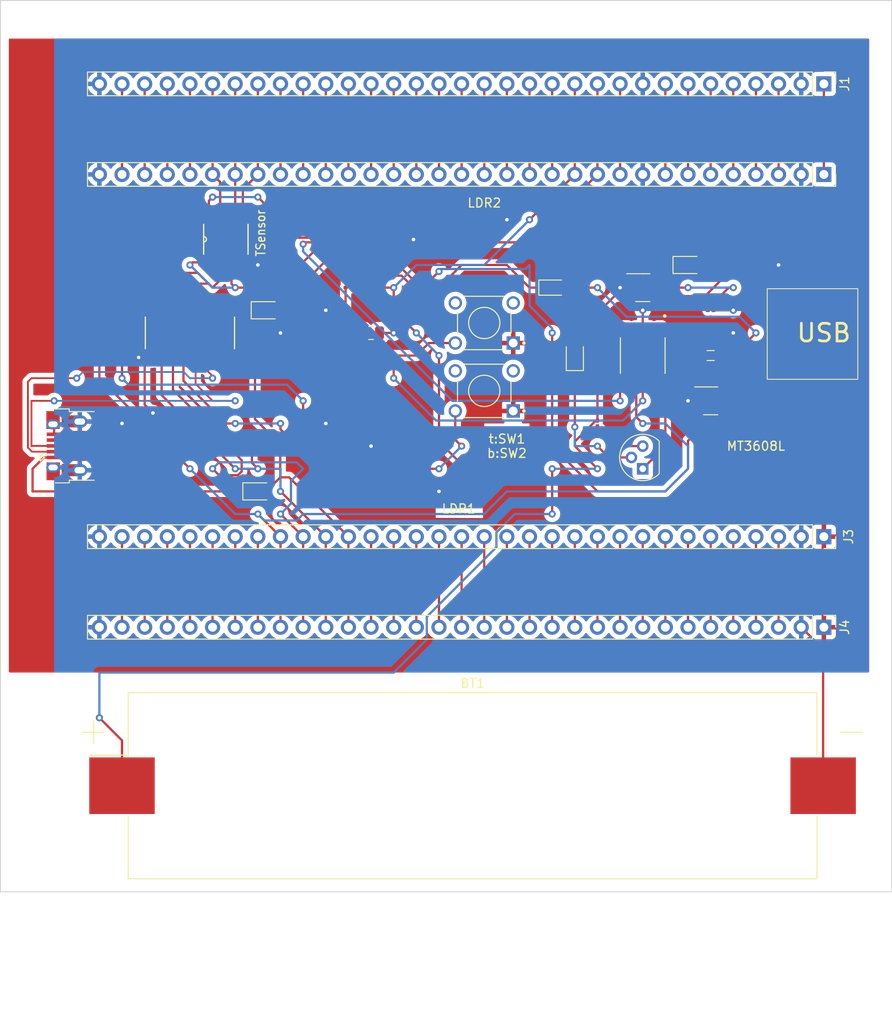
<source format=kicad_pcb>
(kicad_pcb (version 20211014) (generator pcbnew)
  (layers (0 "F.Cu" signal) (31 "B.Cu" signal) (34 "B.Paste" user) (35 "F.Paste" user) (36 "B.SilkS" user "B.Silkscreen") (37 "F.SilkS" user "F.Silkscreen") (38 "B.Mask" user) (39 "F.Mask" user) (44 "Edge.Cuts" user))
  (net 0 "")
  (net 1 "+3V0")
  (net 2 "GND")
  (net 3 "/VBAT")
  (net 4 "/PC13")
  (net 5 "/PC14")
  (net 6 "/PC15")
  (net 7 "/PF0")
  (net 8 "/PF1")
  (net 9 "/NRST")
  (net 10 "/PC0")
  (net 11 "/PC1")
  (net 12 "/PC2")
  (net 13 "/PC3")
  (net 14 "/PA0")
  (net 15 "/PA1")
  (net 16 "/PA2")
  (net 17 "/PA3")
  (net 18 "/PF4")
  (net 19 "/PF5")
  (net 20 "/PA4")
  (net 21 "/PA5")
  (net 22 "/PA6")
  (net 23 "/PA7")
  (net 24 "/PC4")
  (net 25 "/PC5")
  (net 26 "/PB0")
  (net 27 "/PB1")
  (net 28 "/PB2")
  (net 29 "/PB10")
  (net 30 "/PB11")
  (net 31 "/PB12")
  (net 32 "+5V")
  (net 33 "/PB9")
  (net 34 "/PB8")
  (net 35 "VDD")
  (net 36 "/BOOT")
  (net 37 "/PB7")
  (net 38 "/PB6")
  (net 39 "/PB5")
  (net 40 "/PB4")
  (net 41 "/PB3")
  (net 42 "/PD2")
  (net 43 "/PC12")
  (net 44 "/PC11")
  (net 45 "/PC10")
  (net 46 "/PA15")
  (net 47 "/PA14")
  (net 48 "/PF7")
  (net 49 "/PF6")
  (net 50 "/PA13")
  (net 51 "/PA12")
  (net 52 "/PA11")
  (net 53 "/PA10")
  (net 54 "/PA9")
  (net 55 "/PA8")
  (net 56 "/PC9")
  (net 57 "/PC8")
  (net 58 "/PC7")
  (net 59 "/PC6")
  (net 60 "/PB15")
  (net 61 "/PB14")
  (net 62 "/PB13")
  (net 63 "Net-(BT1-Pad1)")
  (net 64 "Net-(C1-Pad1)")
  (net 65 "/Power/Output")
  (net 66 "Net-(C4-Pad1)")
  (net 67 "Net-(D1-Pad1)")
  (net 68 "Net-(D1-Pad2)")
  (net 69 "Net-(D2-Pad1)")
  (net 70 "Net-(D2-Pad2)")
  (net 71 "Net-(D3-Pad2)")
  (net 72 "/microcontroller_interfacing/USB Test Point")
  (net 73 "USB D-")
  (net 74 "USB D+")
  (net 76 "Net-(LED1-Pad2)")
  (net 77 "Net-(Q1-Pad1)")
  (net 78 "Net-(Q1-Pad3)")
  (net 79 "Net-(R1-Pad1)")
  (net 80 "Net-(R6-Pad2)")
  (net 81 "/Sensing/I2CBUS")
  (net 82 "/microcontroller_interfacing/EEPROM MODE TP")
  (net 83 "Net-(R16-Pad2)")
  (net 84 "Net-(FTDI(UART)1-Pad13)")
  (net 85 "Net-(L1-Pad1)")
  (net 94 "/microcontroller_interfacing/FTDI IN TP")
  (net 95 "/microcontroller_interfacing/FTDI OUT TP")
  (footprint "Resistor_SMD:R_0201_0603Metric" (layer "F.Cu") (at 160.02 96.52 180)
    (fp_text reference "LDR1")
    (fp_text value "10K - 0.2M" hide)
  )
  (footprint "Battery:BatteryHolder_Keystone_1042_1x18650" (layer "F.Cu") (at 161.25 129.54)
    (fp_text reference "BT1")
    (fp_text value "4.2V-3V")
  )
  (footprint "LM75BD:SOIC127P600X175-8N" (layer "F.Cu") (at 133.57 68.235 90)
    (fp_text reference "TSensor")
    (fp_text value "LM75B" hide)
  )
  (footprint "Resistor_SMD:R_0201_0603Metric" (layer "F.Cu") (at 190.5 71.12 -90)
    (fp_text reference "R5" hide)
    (fp_text value "1200" hide)
  )
  (footprint "Resistor_SMD:R_0201_0603Metric" (layer "F.Cu") (at 136.93 78.74)
    (fp_text reference "R17" hide)
    (fp_text value "1K" hide)
  )
  (footprint "Resistor_SMD:R_0201_0603Metric" (layer "F.Cu") (at 152.4 68.58 90)
    (fp_text reference "R7" hide)
    (fp_text value "15k" hide)
  )
  (footprint "Resistor_SMD:R_0201_0603Metric" (layer "F.Cu") (at 187.96 76.2)
    (fp_text reference "R1" hide)
    (fp_text value "1800" hide)
  )
  (footprint "LED_SMD:LED_0805_2012Metric" (layer "F.Cu") (at 172.72 81.28 90)
    (fp_text reference "D1" hide)
    (fp_text value "2V" hide)
  )
  (footprint "Resistor_SMD:R_0201_0603Metric" (layer "F.Cu") (at 146.975 91.44)
    (fp_text reference "R14" hide)
    (fp_text value "10K" hide)
  )
  (footprint "Resistor_SMD:R_0201_0603Metric" (layer "F.Cu") (at 175.26 88.9 90)
    (fp_text reference "R4" hide)
    (fp_text value "100ohms" hide)
  )
  (footprint "Connector_PinSocket_2.54mm:PinSocket_1x33_P2.54mm_Vertical" (layer "F.Cu") (at 200.66 60.96 -90)
    (fp_text reference "J2" hide)
    (fp_text value "Conn_01x33_Female" hide)
  )
  (footprint "Resistor_SMD:R_0201_0603Metric" (layer "F.Cu") (at 134.275 91.44)
    (fp_text reference "R19" hide)
    (fp_text value "0" hide)
  )
  (footprint "LED_SMD:LED_0805_2012Metric" (layer "F.Cu") (at 137.16 96.52)
    (fp_text reference "D4" hide)
    (fp_text value "DIODE" hide)
  )
  (footprint "Resistor_SMD:R_0201_0603Metric" (layer "F.Cu") (at 154.94 73.66)
    (fp_text reference "R6" hide)
    (fp_text value "110k" hide)
  )
  (footprint "Capacitor_SMD:C_0201_0603Metric" (layer "F.Cu") (at 144.78 78.74 90)
    (fp_text reference "C3" hide)
    (fp_text value "0.1u" hide)
  )
  (footprint "Resistor_SMD:R_0201_0603Metric" (layer "F.Cu") (at 175.26 76.2 180)
    (fp_text reference "R3" hide)
    (fp_text value "100ohms" hide)
  )
  (footprint "Resistor_SMD:R_0201_0603Metric" (layer "F.Cu") (at 136.815 91.44)
    (fp_text reference "R20" hide)
    (fp_text value "0" hide)
  )
  (footprint "SOIC127P600X175-8N:EEPROM" (layer "F.Cu") (at 180.34 81.28 -90)
    (fp_text reference "EEPROM1" hide)
    (fp_text value "AT24C256C-SSHL-T" hide)
  )
  (footprint "1825910-6:SW_1825910-6-4" (layer "F.Cu") (at 162.56 85.245 180)
    (fp_text reference "SW2" hide)
    (fp_text value "C13828")
  )
  (footprint "Resistor_SMD:R_0201_0603Metric" (layer "F.Cu") (at 139.7 66.04)
    (fp_text reference "R9" hide)
    (fp_text value "10K" hide)
  )
  (footprint "Capacitor_SMD:C_0805_2012Metric" (layer "F.Cu") (at 149.86 78.74)
    (fp_text reference "C2" hide)
    (fp_text value "22u" hide)
  )
  (footprint "Connector_PinHeader_2.54mm:PinHeader_1x33_P2.54mm_Vertical" (layer "F.Cu") (at 200.66 50.8 -90)
    (fp_text reference "J1")
    (fp_text value "Conn_01x33_Female" hide)
  )
  (footprint "Resistor_SMD:R_0201_0603Metric" (layer "F.Cu") (at 142.24 72.87 180)
    (fp_text reference "R10" hide)
    (fp_text value "10k" hide)
  )
  (footprint "Resistor_SMD:R_0201_0603Metric" (layer "F.Cu") (at 162.56 66.04)
    (fp_text reference "LDR2")
    (fp_text value "10k - 0.2M" hide)
  )
  (footprint "1825910-6:SW_1825910-6-4" (layer "F.Cu") (at 162.56 77.625 180)
    (fp_text reference "SW1" hide)
    (fp_text value "C13828")
  )
  (footprint "Package_TO_SOT_SMD:SOT-23-5" (layer "F.Cu") (at 180.34 73.66)
    (fp_text reference "U1" hide)
    (fp_text value "TP4054" hide)
  )
  (footprint "Connector_USB:USB_Micro-B_Amphenol_10103594-0001LF_Horizontal" (layer "F.Cu") (at 116.065 91.39 90)
    (fp_text reference "J5" hide)
    (fp_text value "USB_B_Micro" hide)
  )
  (footprint "Resistor_SMD:R_0201_0603Metric" (layer "F.Cu") (at 187.96 78.74 180)
    (fp_text reference "R2" hide)
    (fp_text value "100ohms" hide)
  )
  (footprint "Connector_PinHeader_2.54mm:PinHeader_1x33_P2.54mm_Vertical" (layer "F.Cu") (at 200.66 111.76 -90)
    (fp_text reference "J4")
    (fp_text value "Conn_01x33_Female")
  )
  (footprint "Resistor_SMD:R_0201_0603Metric" (layer "F.Cu") (at 144.78 68.58 180)
    (fp_text reference "R11" hide)
    (fp_text value "10k" hide)
  )
  (footprint "Package_TO_SOT_SMD:SOT-23-6" (layer "F.Cu") (at 187.96 86.36)
    (fp_text reference "U2" hide)
    (fp_text value "MT3608L" hide)
  )
  (footprint "Diode_SMD:D_SOD-323" (layer "F.Cu") (at 170.18 73.66)
    (fp_text reference "D3" hide)
    (fp_text value "1N5819" hide)
  )
  (footprint "Capacitor_SMD:C_0201_0603Metric" (layer "F.Cu") (at 193.04 71.12)
    (fp_text reference "C1" hide)
    (fp_text value "1e-6" hide)
  )
  (footprint "Capacitor_SMD:C_0201_0603Metric" (layer "F.Cu") (at 141.895 91.44)
    (fp_text reference "C4" hide)
    (fp_text value "0.1μF" hide)
  )
  (footprint "Connector_PinSocket_2.54mm:PinSocket_1x33_P2.54mm_Vertical" (layer "F.Cu") (at 200.66 101.6 -90)
    (fp_text reference "J3")
    (fp_text value "Conn_01x33_Female")
  )
  (footprint "LED_SMD:LED_0805_2012Metric" (layer "F.Cu") (at 138.0975 76.2)
    (fp_text reference "LED1" hide)
    (fp_text value "2V" hide)
  )
  (footprint "Resistor_SMD:R_0201_0603Metric" (layer "F.Cu") (at 139.355 91.44)
    (fp_text reference "R15" hide)
    (fp_text value "1K" hide)
  )
  (footprint "Resistor_SMD:R_0201_0603Metric" (layer "F.Cu") (at 141.92 76.2)
    (fp_text reference "R13" hide)
    (fp_text value "10k" hide)
  )
  (footprint "Resistor_SMD:R_0201_0603Metric" (layer "F.Cu") (at 137.16 81.28)
    (fp_text reference "R16" hide)
    (fp_text value "1K" hide)
  )
  (footprint "LED_SMD:LED_0805_2012Metric" (layer "F.Cu") (at 185.42 71.12)
    (fp_text reference "D2" hide)
    (fp_text value "2V" hide)
  )
  (footprint "Resistor_SMD:R_0201_0603Metric" (layer "F.Cu") (at 147.32 73.66)
    (fp_text reference "R8" hide)
    (fp_text value "10K" hide)
  )
  (footprint "Inductor_SMD:L_0805_2012Metric" (layer "F.Cu") (at 187.96 81.28 180)
    (fp_text reference "L1" hide)
    (fp_text value "MLP2012V4R7MT0S1" hide)
  )
  (footprint "CH340C:SOIC127P600X180-16N" (layer "F.Cu") (at 129.54 78.74 90)
    (fp_text reference "FTDI(UART)1" hide)
    (fp_text value "CH340C" hide)
  )
  (footprint "Resistor_SMD:R_0201_0603Metric" (layer "F.Cu") (at 144.435 91.44)
    (fp_text reference "R18" hide)
    (fp_text value "4K7" hide)
  )
  (footprint "Package_TO_SOT_THT:TO-92" (layer "F.Cu") (at 180.34 93.98 90)
    (fp_text reference "Q1" hide)
    (fp_text value "2N2222A" hide)
  )
  (footprint "Resistor_SMD:R_0201_0603Metric" (layer "F.Cu") (at 127 68.925 -90)
    (fp_text reference "R12" hide)
    (fp_text value "10k" hide)
  )
  (gr_rect (start 194.31 73.78) (end 204.47 83.94) (layer "F.SilkS") (width 0.1) (fill none))
  (gr_rect (start 108.28 41.44) (end 208.28 141.44) (layer "Edge.Cuts") (width 0.1) (fill none))
  (gr_text "USB" (at 200.66 78.74) (layer "F.SilkS") (effects (font (size 2 2) (thickness 0.3))))
  (gr_text "MT3608L" (at 193.04 91.44) (layer "F.SilkS") (effects (font (size 1 1))))
  (gr_text "t:SW1\nb:SW2" (at 165.1 91.44) (layer "F.SilkS") (effects (font (size 1 1))))
  (segment (start 200.66 50.8) (end 200.66 60.96) (width 0.25) (layer "F.Cu") (net 1))
  (segment (start 186.8225 86.36) (end 185.42 86.36) (width 0.25) (layer "F.Cu") (net 2))
  (segment (start 121.705 88.685) (end 121.92 88.9) (width 0.25) (layer "F.Cu") (net 2))
  (segment (start 135.475 70.8258) (end 136.8658 70.8258) (width 0.25) (layer "F.Cu") (net 2))
  (segment (start 117.18 92.645) (end 117.45 92.375) (width 0.25) (layer "F.Cu") (net 2))
  (segment (start 152.4 68.26) (end 154.62 68.26) (width 0.25) (layer "F.Cu") (net 2))
  (segment (start 137.16452 78.74) (end 137.25 78.74) (width 0.25) (layer "F.Cu") (net 2))
  (segment (start 144.755 91.44) (end 144.755 88.925) (width 0.25) (layer "F.Cu") (net 2))
  (segment (start 179.2025 73.66) (end 177.8 73.66) (width 0.25) (layer "F.Cu") (net 2))
  (segment (start 180.34 78.17) (end 179.705 78.805) (width 0.25) (layer "F.Cu") (net 2))
  (segment (start 200.58 129.54) (end 200.58 114.22) (width 0.25) (layer "F.Cu") (net 2))
  (segment (start 147.295 91.44) (end 149.86 91.44) (width 0.25) (layer "F.Cu") (net 2))
  (segment (start 178.435 78.805) (end 179.705 78.805) (width 0.25) (layer "F.Cu") (net 2))
  (segment (start 125.095 81.49) (end 124.46 82.125) (width 0.25) (layer "F.Cu") (net 2))
  (segment (start 124.46 82.125) (end 124.46 86.79) (width 0.25) (layer "F.Cu") (net 2))
  (segment (start 114.3 90.115) (end 114.3 89.115) (width 0.25) (layer "F.Cu") (net 2))
  (segment (start 188.28 76.2) (end 190.5 76.2) (width 0.25) (layer "F.Cu") (net 2))
  (segment (start 144.755 88.925) (end 144.78 88.9) (width 0.25) (layer "F.Cu") (net 2))
  (segment (start 182.245 78.805) (end 180.975 78.805) (width 0.25) (layer "F.Cu") (net 2))
  (segment (start 188.28 78.74) (end 190.5 78.74) (width 0.25) (layer "F.Cu") (net 2))
  (segment (start 193.36 71.12) (end 195.58 71.12) (width 0.25) (layer "F.Cu") (net 2))
  (segment (start 150.81 78.74) (end 152.4 78.74) (width 0.25) (layer "F.Cu") (net 2))
  (segment (start 137.16452 76.20452) (end 137.16452 78.74) (width 0.25) (layer "F.Cu") (net 2))
  (segment (start 162.88 66.04) (end 165.1 66.04) (width 0.25) (layer "F.Cu") (net 2))
  (segment (start 114.3 89.115) (end 114.18 88.995) (width 0.25) (layer "F.Cu") (net 2))
  (segment (start 117.18 90.185) (end 117.45 90.455) (width 0.25) (layer "F.Cu") (net 2))
  (segment (start 159.7 96.52) (end 157.48 96.52) (width 0.25) (layer "F.Cu") (net 2))
  (segment (start 124.46 86.79) (end 125.39 87.72) (width 0.25) (layer "F.Cu") (net 2))
  (segment (start 144.78 78.42) (end 144.78 76.2) (width 0.25) (layer "F.Cu") (net 2))
  (segment (start 136.8658 70.8258) (end 137.16 71.12) (width 0.25) (layer "F.Cu") (net 2))
  (segment (start 180.975 78.805) (end 180.34 78.17) (width 0.25) (layer "F.Cu") (net 2))
  (segment (start 117.18 94.145) (end 117.18 92.645) (width 0.25) (layer "F.Cu") (net 2))
  (segment (start 200.58 114.22) (end 198.12 111.76) (width 0.25) (layer "F.Cu") (net 2))
  (segment (start 137.25 78.74) (end 139.7 78.74) (width 0.25) (layer "F.Cu") (net 2))
  (segment (start 117.18 88.685) (end 121.705 88.685) (width 0.25) (layer "F.Cu") (net 2))
  (segment (start 180.34 76.2) (end 180.34 78.17) (width 0.25) (layer "F.Cu") (net 2))
  (segment (start 117.18 88.685) (end 117.18 90.185) (width 0.25) (layer "F.Cu") (net 2))
  (segment (start 198.12 101.6) (end 198.12 111.76) (width 0.25) (layer "F.Cu") (net 2))
  (segment (start 137.16 76.2) (end 137.16452 76.20452) (width 0.25) (layer "F.Cu") (net 2))
  (via (at 185.42 86.36) (size 0.8) (drill 0.4) (layers "F.Cu" "B.Cu") (net 2))
  (via (at 157.48 96.52) (size 0.8) (drill 0.4) (layers "F.Cu" "B.Cu") (net 2))
  (via (at 139.7 78.74) (size 0.8) (drill 0.4) (layers "F.Cu" "B.Cu") (net 2))
  (via (at 137.16 71.12) (size 0.8) (drill 0.4) (layers "F.Cu" "B.Cu") (net 2))
  (via (at 177.8 73.66) (size 0.8) (drill 0.4) (layers "F.Cu" "B.Cu") (net 2))
  (via (at 165.1 66.04) (size 0.8) (drill 0.4) (layers "F.Cu" "B.Cu") (net 2))
  (via (at 149.86 91.44) (size 0.8) (drill 0.4) (layers "F.Cu" "B.Cu") (net 2))
  (via (at 190.5 78.74) (size 0.8) (drill 0.4) (layers "F.Cu" "B.Cu") (net 2))
  (via (at 154.62 68.26) (size 0.8) (drill 0.4) (layers "F.Cu" "B.Cu") (net 2))
  (via (at 121.92 88.9) (size 0.8) (drill 0.4) (layers "F.Cu" "B.Cu") (net 2))
  (via (at 195.58 71.12) (size 0.8) (drill 0.4) (layers "F.Cu" "B.Cu") (net 2))
  (via (at 152.4 78.74) (size 0.8) (drill 0.4) (layers "F.Cu" "B.Cu") (net 2))
  (via (at 144.78 76.2) (size 0.8) (drill 0.4) (layers "F.Cu" "B.Cu") (net 2))
  (via (at 125.39 87.72) (size 0.8) (drill 0.4) (layers "F.Cu" "B.Cu") (net 2))
  (via (at 180.34 76.2) (size 0.8) (drill 0.4) (layers "F.Cu" "B.Cu") (net 2))
  (via (at 144.78 88.9) (size 0.8) (drill 0.4) (layers "F.Cu" "B.Cu") (net 2))
  (via (at 190.5 76.2) (size 0.8) (drill 0.4) (layers "F.Cu" "B.Cu") (net 2))
  (segment (start 195.58 60.96) (end 195.58 50.8) (width 0.25) (layer "F.Cu") (net 3))
  (segment (start 193.04 50.8) (end 193.04 60.96) (width 0.25) (layer "F.Cu") (net 4))
  (segment (start 190.5 60.96) (end 190.5 50.8) (width 0.25) (layer "F.Cu") (net 5))
  (segment (start 187.96 60.96) (end 187.96 50.8) (width 0.25) (layer "F.Cu") (net 6))
  (segment (start 185.42 50.8) (end 185.42 60.96) (width 0.25) (layer "F.Cu") (net 7))
  (segment (start 182.88 60.96) (end 182.88 50.8) (width 0.25) (layer "F.Cu") (net 8))
  (segment (start 177.8 60.96) (end 177.8 50.8) (width 0.25) (layer "F.Cu") (net 9))
  (segment (start 175.26 60.96) (end 167.64 68.58) (width 0.25) (layer "F.Cu") (net 10))
  (segment (start 175.26 50.8) (end 175.26 60.96) (width 0.25) (layer "F.Cu") (net 10))
  (segment (start 162.56 68.58) (end 162.24 68.26) (width 0.25) (layer "F.Cu") (net 10))
  (segment (start 167.64 68.58) (end 162.56 68.58) (width 0.25) (layer "F.Cu") (net 10))
  (segment (start 140.02 66.04) (end 162.24 66.04) (width 0.25) (layer "F.Cu") (net 10))
  (segment (start 162.24 68.26) (end 162.24 66.04) (width 0.25) (layer "F.Cu") (net 10))
  (segment (start 152.4 76.2) (end 154.94 78.74) (width 0.25) (layer "F.Cu") (net 11))
  (segment (start 152.4 73.66) (end 152.4 76.2) (width 0.25) (layer "F.Cu") (net 11))
  (segment (start 160.34 93.799639) (end 160.34 96.52) (width 0.25) (layer "F.Cu") (net 11))
  (segment (start 147.64 73.66) (end 152.4 73.66) (width 0.25) (layer "F.Cu") (net 11))
  (segment (start 157.48 81.28) (end 157.48 90.939639) (width 0.25) (layer "F.Cu") (net 11))
  (segment (start 172.72 50.8) (end 172.72 60.96) (width 0.25) (layer "F.Cu") (net 11))
  (segment (start 172.72 60.96) (end 167.64 66.04) (width 0.25) (layer "F.Cu") (net 11))
  (segment (start 157.48 90.939639) (end 160.34 93.799639) (width 0.25) (layer "F.Cu") (net 11))
  (via (at 167.64 66.04) (size 0.8) (drill 0.4) (layers "F.Cu" "B.Cu") (net 11))
  (via (at 154.94 78.74) (size 0.8) (drill 0.4) (layers "F.Cu" "B.Cu") (net 11))
  (via (at 157.48 81.28) (size 0.8) (drill 0.4) (layers "F.Cu" "B.Cu") (net 11))
  (via (at 152.4 73.66) (size 0.8) (drill 0.4) (layers "F.Cu" "B.Cu") (net 11))
  (segment (start 154.94 71.12) (end 160.02 71.12) (width 0.25) (layer "B.Cu") (net 11))
  (segment (start 154.94 78.74) (end 157.48 81.28) (width 0.25) (layer "B.Cu") (net 11))
  (segment (start 152.4 73.66) (end 154.94 71.12) (width 0.25) (layer "B.Cu") (net 11))
  (segment (start 160.02 71.12) (end 162.56 71.12) (width 0.25) (layer "B.Cu") (net 11))
  (segment (start 162.56 71.12) (end 167.64 66.04) (width 0.25) (layer "B.Cu") (net 11))
  (segment (start 170.18 50.8) (end 170.18 60.96) (width 0.25) (layer "F.Cu") (net 12))
  (segment (start 167.64 60.96) (end 167.64 50.8) (width 0.25) (layer "F.Cu") (net 13))
  (segment (start 165.1 50.8) (end 165.1 60.96) (width 0.25) (layer "F.Cu") (net 14))
  (segment (start 162.56 50.8) (end 162.56 60.96) (width 0.25) (layer "F.Cu") (net 15))
  (segment (start 160.02 50.8) (end 160.02 60.96) (width 0.25) (layer "F.Cu") (net 16))
  (segment (start 157.48 50.8) (end 157.48 60.96) (width 0.25) (layer "F.Cu") (net 17))
  (segment (start 154.94 50.8) (end 154.94 60.96) (width 0.25) (layer "F.Cu") (net 18))
  (segment (start 152.4 50.8) (end 152.4 60.96) (width 0.25) (layer "F.Cu") (net 19))
  (segment (start 149.86 50.8) (end 149.86 60.96) (width 0.25) (layer "F.Cu") (net 20))
  (segment (start 147.32 50.8) (end 147.32 60.96) (width 0.25) (layer "F.Cu") (net 21))
  (segment (start 144.78 50.8) (end 144.78 60.96) (width 0.25) (layer "F.Cu") (net 22))
  (segment (start 142.24 50.8) (end 142.24 60.96) (width 0.25) (layer "F.Cu") (net 23))
  (segment (start 139.7 50.8) (end 139.7 60.96) (width 0.25) (layer "F.Cu") (net 24))
  (segment (start 137.16 50.8) (end 137.16 60.96) (width 0.25) (layer "F.Cu") (net 25))
  (segment (start 135.475 62.645) (end 137.16 60.96) (width 0.25) (layer "F.Cu") (net 25))
  (segment (start 135.475 65.6442) (end 135.475 62.645) (width 0.25) (layer "F.Cu") (net 25))
  (segment (start 134.62 60.96) (end 134.62 65.2292) (width 0.25) (layer "F.Cu") (net 26))
  (segment (start 134.62 50.8) (end 134.62 60.96) (width 0.25) (layer "F.Cu") (net 26))
  (segment (start 134.62 65.2292) (end 134.205 65.6442) (width 0.25) (layer "F.Cu") (net 26))
  (segment (start 132.935 61.815) (end 132.935 65.6442) (width 0.25) (layer "F.Cu") (net 27))
  (segment (start 132.08 60.96) (end 132.935 61.815) (width 0.25) (layer "F.Cu") (net 27))
  (segment (start 132.08 50.8) (end 132.08 60.96) (width 0.25) (layer "F.Cu") (net 27))
  (segment (start 129.54 50.8) (end 129.54 60.96) (width 0.25) (layer "F.Cu") (net 28))
  (segment (start 127 50.8) (end 127 60.96) (width 0.25) (layer "F.Cu") (net 29))
  (segment (start 124.46 50.8) (end 124.46 60.96) (width 0.25) (layer "F.Cu") (net 30))
  (segment (start 121.92 50.8) (end 121.92 60.96) (width 0.25) (layer "F.Cu") (net 31))
  (segment (start 195.58 101.6) (end 195.58 111.76) (width 0.25) (layer "F.Cu") (net 33))
  (segment (start 193.04 101.6) (end 193.04 111.76) (width 0.25) (layer "F.Cu") (net 34))
  (segment (start 190.5 101.6) (end 190.5 111.76) (width 0.25) (layer "F.Cu") (net 35))
  (segment (start 187.96 101.6) (end 187.96 111.76) (width 0.25) (layer "F.Cu") (net 36))
  (segment (start 185.42 101.6) (end 185.42 111.76) (width 0.25) (layer "F.Cu") (net 37))
  (segment (start 182.88 101.6) (end 182.88 111.76) (width 0.25) (layer "F.Cu") (net 38))
  (segment (start 180.34 101.6) (end 180.34 111.76) (width 0.25) (layer "F.Cu") (net 39))
  (segment (start 177.8 101.6) (end 177.8 111.76) (width 0.25) (layer "F.Cu") (net 40))
  (segment (start 175.26 101.6) (end 175.26 111.76) (width 0.25) (layer "F.Cu") (net 41))
  (segment (start 172.72 101.6) (end 172.72 111.76) (width 0.25) (layer "F.Cu") (net 42))
  (segment (start 170.18 101.6) (end 170.18 111.76) (width 0.25) (layer "F.Cu") (net 43))
  (segment (start 167.64 101.6) (end 167.64 111.76) (width 0.25) (layer "F.Cu") (net 44))
  (segment (start 165.1 101.6) (end 165.1 111.76) (width 0.25) (layer "F.Cu") (net 45))
  (segment (start 162.56 101.6) (end 162.56 111.76) (width 0.25) (layer "F.Cu") (net 46))
  (segment (start 160.02 101.6) (end 160.02 111.76) (width 0.25) (layer "F.Cu") (net 47))
  (segment (start 157.48 101.6) (end 157.48 111.76) (width 0.25) (layer "F.Cu") (net 48))
  (segment (start 154.94 101.6) (end 154.94 111.76) (width 0.25) (layer "F.Cu") (net 49))
  (segment (start 152.4 101.6) (end 152.4 111.76) (width 0.25) (layer "F.Cu") (net 50))
  (segment (start 149.86 101.6) (end 149.86 111.76) (width 0.25) (layer "F.Cu") (net 51))
  (segment (start 136.84 81.28) (end 136.84 88.414639) (width 0.25) (layer "F.Cu") (net 52))
  (segment (start 139.675 91.249639) (end 139.675 91.44) (width 0.25) (layer "F.Cu") (net 52))
  (segment (start 139.675 94.9425) (end 140.6625 94.9425) (width 0.25) (layer "F.Cu") (net 52))
  (segment (start 136.84 88.414639) (end 139.675 91.249639) (width 0.25) (layer "F.Cu") (net 52))
  (segment (start 147.32 111.76) (end 147.32 101.6) (width 0.25) (layer "F.Cu") (net 52))
  (segment (start 140.6625 94.9425) (end 147.32 101.6) (width 0.25) (layer "F.Cu") (net 52))
  (segment (start 139.675 91.44) (end 139.675 94.9425) (width 0.25) (layer "F.Cu") (net 52))
  (segment (start 139.675 94.9425) (end 138.0975 96.52) (width 0.25) (layer "F.Cu") (net 52))
  (segment (start 144.78 101.6) (end 144.78 111.76) (width 0.25) (layer "F.Cu") (net 53))
  (segment (start 126.365 81.49) (end 126.365 85.725) (width 0.25) (layer "F.Cu") (net 53))
  (segment (start 126.365 85.725) (end 134.62 93.98) (width 0.25) (layer "F.Cu") (net 53))
  (segment (start 136.495 93.315) (end 137.16 93.98) (width 0.25) (layer "F.Cu") (net 53))
  (segment (start 139.7 96.52) (end 144.78 101.6) (width 0.25) (layer "F.Cu") (net 53))
  (segment (start 136.495 91.44) (end 136.495 93.315) (width 0.25) (layer "F.Cu") (net 53))
  (via (at 134.62 93.98) (size 0.8) (drill 0.4) (layers "F.Cu" "B.Cu") (net 53))
  (via (at 139.7 96.52) (size 0.8) (drill 0.4) (layers "F.Cu" "B.Cu") (net 53))
  (via (at 137.16 93.98) (size 0.8) (drill 0.4) (layers "F.Cu" "B.Cu") (net 53))
  (segment (start 137.16 93.98) (end 139.7 93.98) (width 0.25) (layer "B.Cu") (net 53))
  (segment (start 139.7 93.98) (end 139.7 96.52) (width 0.25) (layer "B.Cu") (net 53))
  (segment (start 137.16 93.98) (end 134.62 93.98) (width 0.25) (layer "B.Cu") (net 53))
  (segment (start 127.635 85.12) (end 127.635 81.49) (width 0.25) (layer "F.Cu") (net 54))
  (segment (start 132.804511 94.704511) (end 132.08 93.98) (width 0.25) (layer "F.Cu") (net 54))
  (segment (start 133.955 91.630361) (end 135.344511 93.019872) (width 0.25) (layer "F.Cu") (net 54))
  (segment (start 133.955 91.44) (end 127.635 85.12) (width 0.25) (layer "F.Cu") (net 54))
  (segment (start 142.24 101.6) (end 142.24 111.76) (width 0.25) (layer "F.Cu") (net 54))
  (segment (start 142.24 101.6) (end 139.7 99.06) (width 0.25) (layer "F.Cu") (net 54))
  (segment (start 133.955 91.44) (end 133.955 91.630361) (width 0.25) (layer "F.Cu") (net 54))
  (segment (start 135.344511 93.019872) (end 135.344511 94.280103) (width 0.25) (layer "F.Cu") (net 54))
  (segment (start 134.920103 94.704511) (end 132.804511 94.704511) (width 0.25) (layer "F.Cu") (net 54))
  (segment (start 135.344511 94.280103) (end 134.920103 94.704511) (width 0.25) (layer "F.Cu") (net 54))
  (via (at 139.7 99.06) (size 0.8) (drill 0.4) (layers "F.Cu" "B.Cu") (net 54))
  (via (at 132.08 93.98) (size 0.8) (drill 0.4) (layers "F.Cu" "B.Cu") (net 54))
  (segment (start 142.24 93.98) (end 140.874511 95.345489) (width 0.25) (layer "B.Cu") (net 54))
  (segment (start 141.515489 93.255489) (end 142.24 93.98) (width 0.25) (layer "B.Cu") (net 54))
  (segment (start 132.804511 93.255489) (end 141.515489 93.255489) (width 0.25) (layer "B.Cu") (net 54))
  (segment (start 140.874511 97.885489) (end 139.7 99.06) (width 0.25) (layer "B.Cu") (net 54))
  (segment (start 132.08 93.98) (end 132.804511 93.255489) (width 0.25) (layer "B.Cu") (net 54))
  (segment (start 140.874511 95.345489) (end 140.874511 97.885489) (width 0.25) (layer "B.Cu") (net 54))
  (segment (start 122.36952 73.21048) (end 119.38 76.2) (width 0.25) (layer "F.Cu") (net 55))
  (segment (start 119.38 83.82) (end 129.54 93.98) (width 0.25) (layer "F.Cu") (net 55))
  (segment (start 179.615489 83.844511) (end 179.615489 88.175489) (width 0.25) (layer "F.Cu") (net 55))
  (segment (start 137.16 99.06) (end 139.7 101.6) (width 0.25) (layer "F.Cu") (net 55))
  (segment (start 119.38 76.2) (end 119.38 83.82) (width 0.25) (layer "F.Cu") (net 55))
  (segment (start 131.63048 73.21048) (end 122.36952 73.21048) (width 0.25) (layer "F.Cu") (net 55))
  (segment (start 179.705 83.755) (end 179.615489 83.844511) (width 0.25) (layer "F.Cu") (net 55))
  (segment (start 132.08 73.66) (end 132.935 72.805) (width 0.25) (layer "F.Cu") (net 55))
  (segment (start 127 71.12) (end 127.881211 72.001211) (width 0.25) (layer "F.Cu") (net 55))
  (segment (start 132.935 72.805) (end 132.935 70.8258) (width 0.25) (layer "F.Cu") (net 55))
  (segment (start 130.421211 72.001211) (end 132.08 73.66) (width 0.25) (layer "F.Cu") (net 55))
  (segment (start 179.615489 88.175489) (end 180.34 88.9) (width 0.25) (layer "F.Cu") (net 55))
  (segment (start 127 69.245) (end 127 71.12) (width 0.25) (layer "F.Cu") (net 55))
  (segment (start 127.881211 72.001211) (end 130.421211 72.001211) (width 0.25) (layer "F.Cu") (net 55))
  (segment (start 139.7 101.6) (end 139.7 111.76) (width 0.25) (layer "F.Cu") (net 55))
  (segment (start 132.08 73.66) (end 131.63048 73.21048) (width 0.25) (layer "F.Cu") (net 55))
  (via (at 137.16 99.06) (size 0.8) (drill 0.4) (layers "F.Cu" "B.Cu") (net 55))
  (via (at 129.54 93.98) (size 0.8) (drill 0.4) (layers "F.Cu" "B.Cu") (net 55))
  (via (at 180.34 88.9) (size 0.8) (drill 0.4) (layers "F.Cu" "B.Cu") (net 55))
  (segment (start 182.88 88.9) (end 185.42 91.44) (width 0.25) (layer "B.Cu") (net 55))
  (segment (start 142.24 99.06) (end 141.515489 99.784511) (width 0.25) (layer "B.Cu") (net 55))
  (segment (start 180.34 88.9) (end 182.88 88.9) (width 0.25) (layer "B.Cu") (net 55))
  (segment (start 134.62 99.06) (end 137.16 99.06) (width 0.25) (layer "B.Cu") (net 55))
  (segment (start 162.56 99.06) (end 142.24 99.06) (width 0.25) (layer "B.Cu") (net 55))
  (segment (start 185.42 91.44) (end 185.42 93.98) (width 0.25) (layer "B.Cu") (net 55))
  (segment (start 185.42 93.98) (end 182.88 96.52) (width 0.25) (layer "B.Cu") (net 55))
  (segment (start 141.515489 99.784511) (end 137.884511 99.784511) (width 0.25) (layer "B.Cu") (net 55))
  (segment (start 165.1 96.52) (end 162.56 99.06) (width 0.25) (layer "B.Cu") (net 55))
  (segment (start 129.54 93.98) (end 134.62 99.06) (width 0.25) (layer "B.Cu") (net 55))
  (segment (start 182.88 96.52) (end 165.1 96.52) (width 0.25) (layer "B.Cu") (net 55))
  (segment (start 137.884511 99.784511) (end 137.16 99.06) (width 0.25) (layer "B.Cu") (net 55))
  (segment (start 137.16 101.6) (end 137.16 111.76) (width 0.25) (layer "F.Cu") (net 56))
  (segment (start 134.62 101.6) (end 134.62 111.76) (width 0.25) (layer "F.Cu") (net 57))
  (segment (start 132.08 101.6) (end 132.08 111.76) (width 0.25) (layer "F.Cu") (net 58))
  (segment (start 129.54 111.76) (end 129.54 101.6) (width 0.25) (layer "F.Cu") (net 59))
  (segment (start 127 101.6) (end 127 111.76) (width 0.25) (layer "F.Cu") (net 60))
  (segment (start 124.46 111.76) (end 124.46 101.6) (width 0.25) (layer "F.Cu") (net 61))
  (segment (start 121.92 101.6) (end 121.92 111.76) (width 0.25) (layer "F.Cu") (net 62))
  (segment (start 121.92 124.46) (end 119.38 121.92) (width 0.25) (layer "F.Cu") (net 63))
  (segment (start 175.26 84.46) (end 175.58 84.14) (width 0.25) (layer "F.Cu") (net 63))
  (segment (start 175.26 84.46) (end 175.26 88.58) (width 0.25) (layer "F.Cu") (net 63))
  (segment (start 175.069639 88.58) (end 172.72 90.929639) (width 0.25) (layer "F.Cu") (net 63))
  (segment (start 172.72 91.44) (end 175.26 93.98) (width 0.25) (layer "F.Cu") (net 63))
  (segment (start 179.2025 74.61) (end 177.17 74.61) (width 0.25) (layer "F.Cu") (net 63))
  (segment (start 175.26 88.58) (end 175.069639 88.58) (width 0.25) (layer "F.Cu") (net 63))
  (segment (start 177.17 74.61) (end 175.58 76.2) (width 0.25) (layer "F.Cu") (net 63))
  (segment (start 172.72 90.929639) (end 172.72 91.44) (width 0.25) (layer "F.Cu") (net 63))
  (segment (start 170.18 93.98) (end 170.18 99.06) (width 0.25) (layer "F.Cu") (net 63))
  (segment (start 175.58 84.14) (end 175.58 76.2) (width 0.25) (layer "F.Cu") (net 63))
  (segment (start 121.92 129.54) (end 121.92 124.46) (width 0.25) (layer "F.Cu") (net 63))
  (via (at 170.18 99.06) (size 0.8) (drill 0.4) (layers "F.Cu" "B.Cu") (net 63))
  (via (at 170.18 93.98) (size 0.8) (drill 0.4) (layers "F.Cu" "B.Cu") (net 63))
  (via (at 119.38 121.92) (size 0.8) (drill 0.4) (layers "F.Cu" "B.Cu") (net 63))
  (via (at 175.26 93.98) (size 0.8) (drill 0.4) (layers "F.Cu" "B.Cu") (net 63))
  (segment (start 156.114511 110.585489) (end 156.114511 113.125489) (width 0.25) (layer "B.Cu") (net 63))
  (segment (start 163.925489 101.113501) (end 163.925489 102.774511) (width 0.25) (layer "B.Cu") (net 63))
  (segment (start 156.114511 113.125489) (end 152.4 116.84) (width 0.25) (layer "B.Cu") (net 63))
  (segment (start 119.38 116.84) (end 119.38 121.92) (width 0.25) (layer "B.Cu") (net 63))
  (segment (start 165.97899 99.06) (end 163.925489 101.113501) (width 0.25) (layer "B.Cu") (net 63))
  (segment (start 163.925489 102.774511) (end 156.114511 110.585489) (width 0.25) (layer "B.Cu") (net 63))
  (segment (start 175.26 93.98) (end 170.18 93.98) (width 0.25) (layer "B.Cu") (net 63))
  (segment (start 152.4 116.84) (end 119.38 116.84) (width 0.25) (layer "B.Cu") (net 63))
  (segment (start 170.18 99.06) (end 165.97899 99.06) (width 0.25) (layer "B.Cu") (net 63))
  (segment (start 192.72 71.12) (end 192.4 71.44) (width 0.25) (layer "F.Cu") (net 64))
  (segment (start 187.33 74.61) (end 181.4775 74.61) (width 0.25) (layer "F.Cu") (net 64))
  (segment (start 190.5 71.44) (end 187.33 74.61) (width 0.25) (layer "F.Cu") (net 64))
  (segment (start 192.4 71.44) (end 190.5 71.44) (width 0.25) (layer "F.Cu") (net 64))
  (segment (start 144.970361 79.06) (end 145.290361 78.74) (width 0.25) (layer "F.Cu") (net 65))
  (segment (start 139.38 65.72) (end 137.16 63.5) (width 0.25) (layer "F.Cu") (net 65))
  (segment (start 147.08548 72.31548) (end 147.08548 73.66) (width 0.25) (layer "F.Cu") (net 65))
  (segment (start 145.290361 78.74) (end 148.91 78.74) (width 0.25) (layer "F.Cu") (net 65))
  (segment (start 144.78 79.06) (end 144.970361 79.06) (width 0.25) (layer "F.Cu") (net 65))
  (segment (start 153.27548 72.31548) (end 154.62 73.66) (width 0.25) (layer "F.Cu") (net 65))
  (segment (start 147.08548 73.66) (end 147 73.66) (width 0.25) (layer "F.Cu") (net 65))
  (segment (start 131.665 65.6442) (end 131.665 63.915) (width 0.25) (layer "F.Cu") (net 65))
  (segment (start 160.02 71.12) (end 165.1 71.12) (width 0.25) (layer "F.Cu") (net 65))
  (segment (start 129.9608 65.6442) (end 127 68.605) (width 0.25) (layer "F.Cu") (net 65))
  (segment (start 145.1 68.389639) (end 145.1 68.58) (width 0.25) (layer "F.Cu") (net 65))
  (segment (start 142.56 74.381321) (end 141.6 75.341321) (width 0.25) (layer "F.Cu") (net 65))
  (segment (start 147.08548 72.31548) (end 153.27548 72.31548) (width 0.25) (layer "F.Cu") (net 65))
  (segment (start 131.665 63.915) (end 132.08 63.5) (width 0.25) (layer "F.Cu") (net 65))
  (segment (start 144.765841 68.05548) (end 145.1 68.389639) (width 0.25) (layer "F.Cu") (net 65))
  (segment (start 148.91 78.74) (end 147 76.83) (width 0.25) (layer "F.Cu") (net 65))
  (segment (start 139.38 66.04) (end 139.38 65.72) (width 0.25) (layer "F.Cu") (net 65))
  (segment (start 160.02 71.12) (end 154.94 76.2) (width 0.25) (layer "F.Cu") (net 65))
  (segment (start 142.56 72.87) (end 145.1 70.33) (width 0.25) (layer "F.Cu") (net 65))
  (segment (start 154.94 76.2) (end 154.62 75.88) (width 0.25) (layer "F.Cu") (net 65))
  (segment (start 139.38 66.04) (end 139.38 66.230361) (width 0.25) (layer "F.Cu") (net 65))
  (segment (start 145.1 70.33) (end 147.08548 72.31548) (width 0.25) (layer "F.Cu") (net 65))
  (segment (start 154.62 75.88) (end 154.62 73.66) (width 0.25) (layer "F.Cu") (net 65))
  (segment (start 131.665 65.6442) (end 129.9608 65.6442) (width 0.25) (layer "F.Cu") (net 65))
  (segment (start 167.64 73.66) (end 169.13 73.66) (width 0.25) (layer "F.Cu") (net 65))
  (segment (start 141.6 75.341321) (end 141.6 76.2) (width 0.25) (layer "F.Cu") (net 65))
  (segment (start 139.38 66.230361) (end 141.205119 68.05548) (width 0.25) (layer "F.Cu") (net 65))
  (segment (start 141.205119 68.05548) (end 144.765841 68.05548) (width 0.25) (layer "F.Cu") (net 65))
  (segment (start 147 76.83) (end 147 73.66) (width 0.25) (layer "F.Cu") (net 65))
  (segment (start 142.56 72.87) (end 142.56 74.381321) (width 0.25) (layer "F.Cu") (net 65))
  (segment (start 165.1 71.12) (end 167.64 73.66) (width 0.25) (layer "F.Cu") (net 65))
  (segment (start 145.1 70.33) (end 145.1 68.58) (width 0.25) (layer "F.Cu") (net 65))
  (via (at 132.08 63.5) (size 0.8) (drill 0.4) (layers "F.Cu" "B.Cu") (net 65))
  (via (at 137.16 63.5) (size 0.8) (drill 0.4) (layers "F.Cu" "B.Cu") (net 65))
  (segment (start 132.08 63.5) (end 137.16 63.5) (width 0.25) (layer "B.Cu") (net 65))
  (segment (start 133.595386 88.9) (end 134.62 88.9) (width 0.25) (layer "F.Cu") (net 66))
  (segment (start 128.815489 81.579511) (end 128.815489 84.120103) (width 0.25) (layer "F.Cu") (net 66))
  (segment (start 139.7 89.565) (end 139.7 88.9) (width 0.25) (layer "F.Cu") (net 66))
  (segment (start 128.815489 84.120103) (end 133.595386 88.9) (width 0.25) (layer "F.Cu") (net 66))
  (segment (start 128.905 81.49) (end 128.815489 81.579511) (width 0.25) (layer "F.Cu") (net 66))
  (segment (start 141.575 91.44) (end 139.7 89.565) (width 0.25) (layer "F.Cu") (net 66))
  (via (at 139.7 88.9) (size 0.8) (drill 0.4) (layers "F.Cu" "B.Cu") (net 66))
  (via (at 134.62 88.9) (size 0.8) (drill 0.4) (layers "F.Cu" "B.Cu") (net 66))
  (segment (start 134.62 88.9) (end 139.7 88.9) (width 0.25) (layer "B.Cu") (net 66))
  (segment (start 176.53 92.71) (end 175.26 91.44) (width 0.25) (layer "F.Cu") (net 67))
  (segment (start 176.53 92.71) (end 179.07 92.71) (width 0.25) (layer "F.Cu") (net 67))
  (segment (start 172.72 89.293011) (end 172.72 82.2175) (width 0.25) (layer "F.Cu") (net 67))
  (via (at 172.72 89.293011) (size 0.8) (drill 0.4) (layers "F.Cu" "B.Cu") (net 67))
  (via (at 175.26 91.44) (size 0.8) (drill 0.4) (layers "F.Cu" "B.Cu") (net 67))
  (segment (start 172.72 91.44) (end 172.72 89.293011) (width 0.25) (layer "B.Cu") (net 67))
  (segment (start 175.26 91.44) (end 172.72 91.44) (width 0.25) (layer "B.Cu") (net 67))
  (segment (start 174.94 76.2) (end 174.94 78.1225) (width 0.25) (layer "F.Cu") (net 68))
  (segment (start 174.94 78.1225) (end 172.72 80.3425) (width 0.25) (layer "F.Cu") (net 68))
  (segment (start 179.586072 72.71) (end 181.176072 71.12) (width 0.25) (layer "F.Cu") (net 69))
  (segment (start 181.176072 71.12) (end 184.4825 71.12) (width 0.25) (layer "F.Cu") (net 69))
  (segment (start 179.2025 72.71) (end 179.586072 72.71) (width 0.25) (layer "F.Cu") (net 69))
  (segment (start 186.6775 70.8) (end 190.5 70.8) (width 0.25) (layer "F.Cu") (net 70))
  (segment (start 186.3575 71.12) (end 186.6775 70.8) (width 0.25) (layer "F.Cu") (net 70))
  (segment (start 188.712989 79.464511) (end 186.8975 81.28) (width 0.25) (layer "F.Cu") (net 71))
  (segment (start 193.04 78.74) (end 192.315489 79.464511) (width 0.25) (layer "F.Cu") (net 71))
  (segment (start 192.315489 79.464511) (end 188.712989 79.464511) (width 0.25) (layer "F.Cu") (net 71))
  (segment (start 171.23 73.66) (end 175.26 73.66) (width 0.25) (layer "F.Cu") (net 71))
  (segment (start 186.8225 81.355) (end 186.8225 85.41) (width 0.25) (layer "F.Cu") (net 71))
  (segment (start 186.8975 81.28) (end 186.8225 81.355) (width 0.25) (layer "F.Cu") (net 71))
  (via (at 175.26 73.66) (size 0.8) (drill 0.4) (layers "F.Cu" "B.Cu") (net 71))
  (via (at 193.04 78.74) (size 0.8) (drill 0.4) (layers "F.Cu" "B.Cu") (net 71))
  (segment (start 175.26 73.66) (end 178.524511 76.924511) (width 0.25) (layer "B.Cu") (net 71))
  (segment (start 178.524511 76.924511) (end 191.224511 76.924511) (width 0.25) (layer "B.Cu") (net 71))
  (segment (start 191.224511 76.924511) (end 193.04 78.74) (width 0.25) (layer "B.Cu") (net 71))
  (segment (start 111.88502 93.98) (end 113.15002 92.715) (width 0.25) (layer "F.Cu") (net 72))
  (segment (start 136.2225 96.52) (end 111.88502 96.52) (width 0.25) (layer "F.Cu") (net 72))
  (segment (start 113.15002 92.715) (end 114.3 92.715) (width 0.25) (layer "F.Cu") (net 72))
  (segment (start 111.88502 96.52) (end 111.88502 93.98) (width 0.25) (layer "F.Cu") (net 72))
  (segment (start 111.36048 84.21952) (end 111.36048 91.605486) (width 0.2) (layer "F.Cu") (net 73))
  (segment (start 131.445 81.49) (end 131.445 82.94952) (width 0.2) (layer "F.Cu") (net 73))
  (segment (start 111.36048 91.605486) (end 111.819994 92.065) (width 0.2) (layer "F.Cu") (net 73))
  (segment (start 111.76 83.82) (end 111.36048 84.21952) (width 0.2) (layer "F.Cu") (net 73))
  (segment (start 132.08 83.58452) (end 131.445 82.94952) (width 0.2) (layer "F.Cu") (net 73))
  (segment (start 111.819994 92.065) (end 114.3 92.065) (width 0.2) (layer "F.Cu") (net 73))
  (segment (start 132.08 83.82) (end 132.08 83.58452) (width 0.2) (layer "F.Cu") (net 73))
  (segment (start 116.84 83.82) (end 111.76 83.82) (width 0.2) (layer "F.Cu") (net 73))
  (via (at 132.08 83.82) (size 0.8) (drill 0.4) (layers "F.Cu" "B.Cu") (net 73))
  (via (at 116.84 83.82) (size 0.8) (drill 0.4) (layers "F.Cu" "B.Cu") (net 73))
  (segment (start 117.539511 83.120489) (end 116.84 83.82) (width 0.2) (layer "B.Cu") (net 73))
  (segment (start 128.840489 83.120489) (end 117.539511 83.120489) (width 0.2) (layer "B.Cu") (net 73))
  (segment (start 129.54 83.82) (end 132.08 83.82) (width 0.2) (layer "B.Cu") (net 73))
  (segment (start 128.840489 83.120489) (end 129.54 83.82) (width 0.2) (layer "B.Cu") (net 73))
  (segment (start 132.08 86.36) (end 130.175 84.455) (width 0.2) (layer "F.Cu") (net 74))
  (segment (start 130.175 84.455) (end 130.175 81.49) (width 0.2) (layer "F.Cu") (net 74))
  (segment (start 111.76 91.44) (end 111.76 86.36) (width 0.2) (layer "F.Cu") (net 74))
  (segment (start 111.76 86.36) (end 114.3 86.36) (width 0.2) (layer "F.Cu") (net 74))
  (segment (start 111.785 91.415) (end 111.76 91.44) (width 0.2) (layer "F.Cu") (net 74))
  (segment (start 134.62 86.36) (end 132.08 86.36) (width 0.2) (layer "F.Cu") (net 74))
  (segment (start 114.3 91.415) (end 111.785 91.415) (width 0.2) (layer "F.Cu") (net 74))
  (via (at 114.3 86.36) (size 0.8) (drill 0.4) (layers "F.Cu" "B.Cu") (net 74))
  (via (at 134.62 86.36) (size 0.8) (drill 0.4) (layers "F.Cu" "B.Cu") (net 74))
  (segment (start 114.3 86.36) (end 134.62 86.36) (width 0.2) (layer "B.Cu") (net 74))
  (segment (start 142.24 76.390361) (end 142.24 76.2) (width 0.25) (layer "F.Cu") (net 76))
  (segment (start 141.905841 76.72452) (end 142.24 76.390361) (width 0.25) (layer "F.Cu") (net 76))
  (segment (start 139.55952 76.72452) (end 141.905841 76.72452) (width 0.25) (layer "F.Cu") (net 76))
  (segment (start 139.035 76.2) (end 139.55952 76.72452) (width 0.25) (layer "F.Cu") (net 76))
  (segment (start 185.42 78.74) (end 187.64 78.74) (width 0.25) (layer "F.Cu") (net 77))
  (segment (start 185.42 83.82) (end 185.42 78.74) (width 0.25) (layer "F.Cu") (net 77))
  (segment (start 180.34 93.98) (end 182.88 91.44) (width 0.25) (layer "F.Cu") (net 77))
  (segment (start 182.88 86.36) (end 185.42 83.82) (width 0.25) (layer "F.Cu") (net 77))
  (segment (start 182.88 91.44) (end 182.88 86.36) (width 0.25) (layer "F.Cu") (net 77))
  (segment (start 175.26 89.22) (end 177.48 91.44) (width 0.25) (layer "F.Cu") (net 78))
  (segment (start 177.48 91.44) (end 180.34 91.44) (width 0.25) (layer "F.Cu") (net 78))
  (segment (start 187.64 76.2) (end 187.64 76.009639) (width 0.25) (layer "F.Cu") (net 79))
  (segment (start 182.4275 73.66) (end 185.42 73.66) (width 0.25) (layer "F.Cu") (net 79))
  (segment (start 189.989639 73.66) (end 190.5 73.66) (width 0.25) (layer "F.Cu") (net 79))
  (segment (start 181.4775 72.71) (end 182.4275 73.66) (width 0.25) (layer "F.Cu") (net 79))
  (segment (start 187.64 76.009639) (end 189.989639 73.66) (width 0.25) (layer "F.Cu") (net 79))
  (via (at 190.5 73.66) (size 0.8) (drill 0.4) (layers "F.Cu" "B.Cu") (net 79))
  (via (at 185.42 73.66) (size 0.8) (drill 0.4) (layers "F.Cu" "B.Cu") (net 79))
  (segment (start 185.42 73.66) (end 190.5 73.66) (width 0.25) (layer "B.Cu") (net 79))
  (segment (start 186.8225 89.446522) (end 185.42 90.849022) (width 0.25) (layer "F.Cu") (net 80))
  (segment (start 185.42 93.98) (end 182.88 96.52) (width 0.25) (layer "F.Cu") (net 80))
  (segment (start 155.26 73.469639) (end 155.26 73.66) (width 0.25) (layer "F.Cu") (net 80))
  (segment (start 186.8225 87.31) (end 186.8225 89.446522) (width 0.25) (layer "F.Cu") (net 80))
  (segment (start 157.48 71.8445) (end 155.6645 73.66) (width 0.25) (layer "F.Cu") (net 80))
  (segment (start 185.42 90.849022) (end 185.42 93.98) (width 0.25) (layer "F.Cu") (net 80))
  (segment (start 155.6645 73.66) (end 155.26 73.66) (width 0.25) (layer "F.Cu") (net 80))
  (segment (start 152.4 70.609639) (end 155.26 73.469639) (width 0.25) (layer "F.Cu") (net 80))
  (segment (start 175.26 96.52) (end 170.18 91.44) (width 0.25) (layer "F.Cu") (net 80))
  (segment (start 152.4 68.9) (end 152.4 70.609639) (width 0.25) (layer "F.Cu") (net 80))
  (segment (start 182.88 96.52) (end 175.26 96.52) (width 0.25) (layer "F.Cu") (net 80))
  (segment (start 170.18 91.44) (end 170.18 78.74) (width 0.25) (layer "F.Cu") (net 80))
  (via (at 157.48 71.8445) (size 0.8) (drill 0.4) (layers "F.Cu" "B.Cu") (net 80))
  (via (at 170.18 78.74) (size 0.8) (drill 0.4) (layers "F.Cu" "B.Cu") (net 80))
  (segment (start 167.64 71.12) (end 167.19048 71.56952) (width 0.25) (layer "B.Cu") (net 80))
  (segment (start 167.19048 71.56952) (end 157.48 71.56952) (width 0.25) (layer "B.Cu") (net 80))
  (segment (start 157.48 71.56952) (end 157.48 71.8445) (width 0.25) (layer "B.Cu") (net 80))
  (segment (start 170.18 78.226825) (end 167.64 75.686825) (width 0.25) (layer "B.Cu") (net 80))
  (segment (start 167.64 75.686825) (end 167.64 71.12) (width 0.25) (layer "B.Cu") (net 80))
  (segment (start 170.18 78.74) (end 170.18 78.226825) (width 0.25) (layer "B.Cu") (net 80))
  (segment (start 144.46 68.58) (end 142.00548 71.03452) (width 0.25) (layer "F.Cu") (net 81))
  (segment (start 177.8 84.39) (end 177.8 86.36) (width 0.25) (layer "F.Cu") (net 81))
  (segment (start 134.205 73.245) (end 134.62 73.66) (width 0.25) (layer "F.Cu") (net 81))
  (segment (start 142.00548 71.03452) (end 142.00548 72.78452) (width 0.25) (layer "F.Cu") (net 81))
  (segment (start 144.46 68.58) (end 142.24 68.58) (width 0.25) (layer "F.Cu") (net 81))
  (segment (start 134.205 70.8258) (end 134.205 73.245) (width 0.25) (layer "F.Cu") (net 81))
  (segment (start 142.00548 72.78452) (end 141.92 72.87) (width 0.25) (layer "F.Cu") (net 81))
  (segment (start 141.92 72.87) (end 141.13 73.66) (width 0.25) (layer "F.Cu") (net 81))
  (segment (start 178.435 83.755) (end 177.8 84.39) (width 0.25) (layer "F.Cu") (net 81))
  (segment (start 131.665 70.8258) (end 129.8342 70.8258) (width 0.25) (layer "F.Cu") (net 81))
  (segment (start 129.8342 70.8258) (end 129.54 71.12) (width 0.25) (layer "F.Cu") (net 81))
  (segment (start 142.24 68.58) (end 142.24 68.77998) (width 0.25) (layer "F.Cu") (net 81))
  (segment (start 141.13 73.66) (end 134.62 73.66) (width 0.25) (layer "F.Cu") (net 81))
  (via (at 177.8 86.36) (size 0.8) (drill 0.4) (layers "F.Cu" "B.Cu") (net 81))
  (via (at 129.54 71.12) (size 0.8) (drill 0.4) (layers "F.Cu" "B.Cu") (net 81))
  (via (at 134.62 73.66) (size 0.8) (drill 0.4) (layers "F.Cu" "B.Cu") (net 81))
  (via (at 142.24 68.77998) (size 0.8) (drill 0.4) (layers "F.Cu" "B.Cu") (net 81))
  (segment (start 132.08 73.66) (end 129.54 71.12) (width 0.25) (layer "B.Cu") (net 81))
  (segment (start 158.995386 86.36) (end 177.8 86.36) (width 0.25) (layer "B.Cu") (net 81))
  (segment (start 158.995386 86.36) (end 142.24 69.604614) (width 0.25) (layer "B.Cu") (net 81))
  (segment (start 142.24 69.604614) (end 142.24 68.77998) (width 0.25) (layer "B.Cu") (net 81))
  (segment (start 134.62 73.66) (end 132.08 73.66) (width 0.25) (layer "B.Cu") (net 81))
  (segment (start 152.4 83.82) (end 152.4 81.28) (width 0.25) (layer "F.Cu") (net 82))
  (segment (start 180.975 83.755) (end 180.34 84.39) (width 0.25) (layer "F.Cu") (net 82))
  (segment (start 152.4 81.28) (end 154.94 81.28) (width 0.25) (layer "F.Cu") (net 82))
  (segment (start 146.655 91.44) (end 146.655 87.025) (width 0.25) (layer "F.Cu") (net 82))
  (segment (start 146.655 87.025) (end 152.4 81.28) (width 0.25) (layer "F.Cu") (net 82))
  (segment (start 159.31 79.875) (end 156.345 79.875) (width 0.25) (layer "F.Cu") (net 82))
  (segment (start 180.34 84.39) (end 180.34 86.36) (width 0.25) (layer "F.Cu") (net 82))
  (segment (start 156.345 79.875) (end 154.94 81.28) (width 0.25) (layer "F.Cu") (net 82))
  (via (at 152.4 83.82) (size 0.8) (drill 0.4) (layers "F.Cu" "B.Cu") (net 82))
  (via (at 180.34 86.36) (size 0.8) (drill 0.4) (layers "F.Cu" "B.Cu") (net 82))
  (segment (start 178.131489 88.568511) (end 157.148511 88.568511) (width 0.25) (layer "B.Cu") (net 82))
  (segment (start 180.34 86.36) (end 178.131489 88.568511) (width 0.25) (layer "B.Cu") (net 82))
  (segment (start 157.148511 88.568511) (end 152.4 83.82) (width 0.25) (layer "B.Cu") (net 82))
  (segment (start 136.61 80.219639) (end 137.48 81.089639) (width 0.25) (layer "F.Cu") (net 83))
  (segment (start 137.48 81.089639) (end 137.48 81.28) (width 0.25) (layer "F.Cu") (net 83))
  (segment (start 136.61 78.74) (end 136.61 80.219639) (width 0.25) (layer "F.Cu") (net 83))
  (segment (start 159.31 90.73) (end 160.02 91.44) (width 0.25) (layer "F.Cu") (net 84))
  (segment (start 121.92 76.2) (end 121.92 83.82) (width 0.25) (layer "F.Cu") (net 84))
  (segment (start 124.46 73.66) (end 121.92 76.2) (width 0.25) (layer "F.Cu") (net 84))
  (segment (start 144.055489 91.499511) (end 144.055489 93.255489) (width 0.25) (layer "F.Cu") (net 84))
  (segment (start 127 73.66) (end 124.46 73.66) (width 0.25) (layer "F.Cu") (net 84))
  (segment (start 144.115 90.581321) (end 144.115 91.44) (width 0.25) (layer "F.Cu") (net 84))
  (segment (start 144.115 91.44) (end 144.055489 91.499511) (width 0.25) (layer "F.Cu") (net 84))
  (segment (start 144.78 93.98) (end 144.055489 93.255489) (width 0.25) (layer "F.Cu") (net 84))
  (segment (start 142.24 86.36) (end 142.24 88.706321) (width 0.25) (layer "F.Cu") (net 84))
  (segment (start 128.905 75.565) (end 127 73.66) (width 0.25) (layer "F.Cu") (net 84))
  (segment (start 157.48 93.98) (end 144.78 93.98) (width 0.25) (layer "F.Cu") (net 84))
  (segment (start 142.24 88.706321) (end 144.115 90.581321) (width 0.25) (layer "F.Cu") (net 84))
  (segment (start 159.31 87.495) (end 159.31 90.73) (width 0.25) (layer "F.Cu") (net 84))
  (segment (start 128.905 75.99) (end 128.905 75.565) (width 0.25) (layer "F.Cu") (net 84))
  (via (at 142.24 86.36) (size 0.8) (drill 0.4) (layers "F.Cu" "B.Cu") (net 84))
  (via (at 160.02 91.44) (size 0.8) (drill 0.4) (layers "F.Cu" "B.Cu") (net 84))
  (via (at 157.48 93.98) (size 0.8) (drill 0.4) (layers "F.Cu" "B.Cu") (net 84))
  (via (at 121.92 83.82) (size 0.8) (drill 0.4) (layers "F.Cu" "B.Cu") (net 84))
  (segment (start 122.644511 84.544511) (end 140.424511 84.544511) (width 0.25) (layer "B.Cu") (net 84))
  (segment (start 140.424511 84.544511) (end 142.24 86.36) (width 0.25) (layer "B.Cu") (net 84))
  (segment (start 157.48 93.98) (end 160.02 91.44) (width 0.25) (layer "B.Cu") (net 84))
  (segment (start 121.92 83.82) (end 122.644511 84.544511) (width 0.25) (layer "B.Cu") (net 84))
  (segment (start 189.55 87.31) (end 189.0975 87.31) (width 0.25) (layer "F.Cu") (net 85))
  (segment (start 189.0975 86.36) (end 189.0975 87.31) (width 0.25) (layer "F.Cu") (net 85))
  (segment (start 189.0225 81.28) (end 190.5 82.7575) (width 0.25) (layer "F.Cu") (net 85))
  (segment (start 190.5 82.7575) (end 190.5 86.36) (width 0.25) (layer "F.Cu") (net 85))
  (segment (start 190.5 86.36) (end 189.55 87.31) (width 0.25) (layer "F.Cu") (net 85))
  (zone (net 32) (net_name "+5V") (layer "F.Cu") (connect_pads (clearance 0.508)) (min_thickness 0.254) (fill yes (thermal_gap 0.508) (thermal_bridge_width 0.508))
    (polygon (pts (xy 205.74 116.84) (xy 109.22 116.84) (xy 109.22 45.72) (xy 205.74 45.72)))
    (polygon (pts (xy 157.105361 97.320566) (xy 157.114166 99.488901) (xy 162.424861 99.510157) (xy 162.346056 97.271822)))
    (polygon (pts (xy 162.56 88.9) (xy 162.56 93.98) (xy 167.64 93.98) (xy 167.64 88.9)))
    (polygon (pts (xy 187.96 88.9) (xy 187.96 93.98) (xy 198.12 93.98) (xy 198.12 88.9)))
  )
  (zone (net 2) (net_name "GND") (layer "B.Cu") (connect_pads (clearance 0.508)) (min_thickness 0.254) (fill yes (thermal_gap 0.508) (thermal_bridge_width 0.508))
    (polygon (pts (xy 205.74 116.84) (xy 114.3 116.84) (xy 114.3 45.72) (xy 205.74 45.72)))
  )
)
</source>
